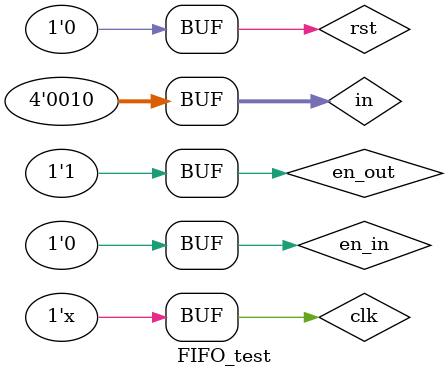
<source format=v>
module FIFO_test();
reg en_out;
reg en_in;
reg [3:0] in;
reg rst;
reg clk;
wire [3:0] out;
wire empty;
wire full;

FIFO A2 (
	.en_out(en_out),
	.en_in(en_in),
	.in(in),
	.rst(rst),
	.clk(clk),
	.out(out),
	.empty(empty),
	.full(full)
);

initial clk=0;
initial en_in=0;
initial en_out=0;
always #50 clk=~clk;
initial 
begin
rst=1;
#200 rst=0;
end
initial
begin
#200
en_in=1;
in=4'h2;
#200
en_in=1;
in=4'h3;
#200
en_in=1;
in=4'h5;
#200
en_in=0;
en_out=1;
#200
en_out=0;
en_in=1;
in=4'h1;
#200
en_in=1;
in=4'h2;
#200
en_in=1;
in=4'h3;
#200
en_in=1;
in=4'h4;
#200
en_in=1;
in=4'h8;
#200
en_in=1;
in=4'h9;
#200
en_in=1;
in=4'h2;
#200
en_out=1;
en_in=0;
end
endmodule

</source>
